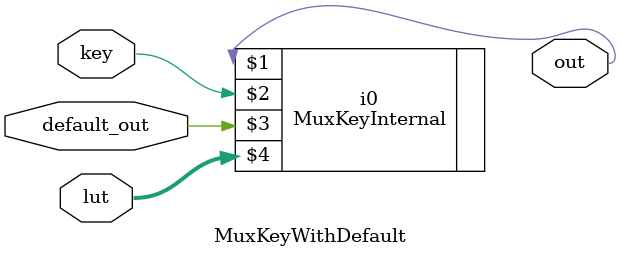
<source format=v>
module MuxKeyWithDefault #(parameter NR_KEY = 2, KEY_LEN = 1, DATA_LEN = 1) (
        output [DATA_LEN-1:0] out,
        input [KEY_LEN-1:0] key,
        input [DATA_LEN-1:0] default_out,
        input [NR_KEY*(KEY_LEN + DATA_LEN)-1:0] lut
    );
    MuxKeyInternal #(NR_KEY, KEY_LEN, DATA_LEN, 1) i0 (out, key, default_out, lut);
endmodule

</source>
